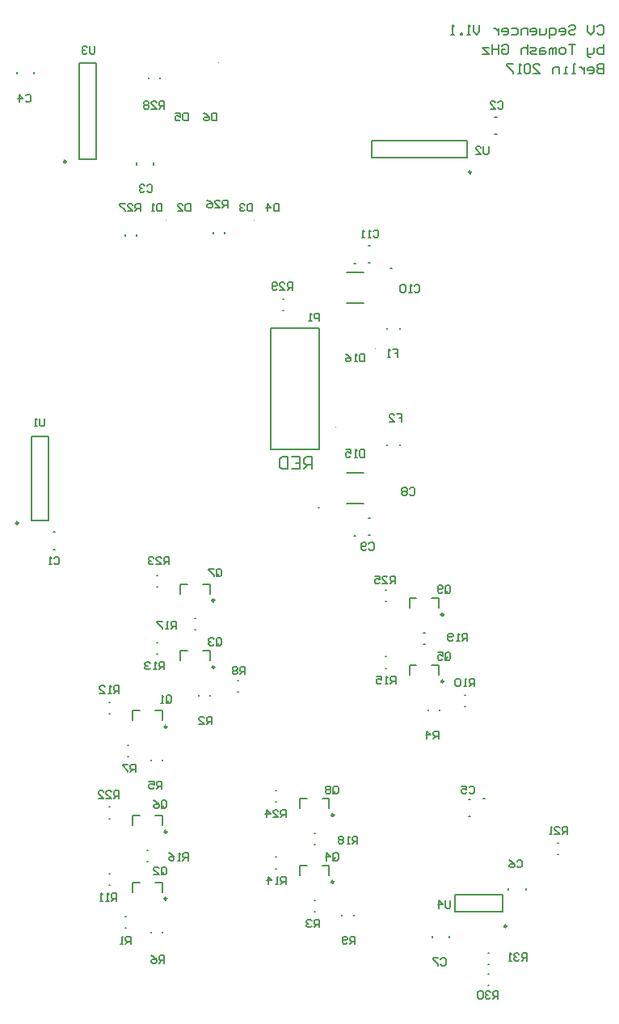
<source format=gbo>
G04 Layer_Color=32896*
%FSAX44Y44*%
%MOMM*%
G71*
G01*
G75*
%ADD12C,0.2000*%
%ADD36C,0.1600*%
%ADD58C,0.2500*%
%ADD59C,0.1000*%
%ADD60C,0.2032*%
D12*
X01147000Y01134000D02*
X01148000D01*
Y01146000D02*
X01147000D01*
X01164500Y01101000D02*
X01165500D01*
Y01089000D02*
X01164500D01*
X01191500Y01085500D02*
Y01084500D01*
X01203500D02*
Y01085500D01*
X01203000Y01127000D02*
Y01137000D01*
X01195500D01*
X01179500D02*
X01172000D01*
Y01127000D01*
X01203000Y01197000D02*
Y01207000D01*
X01195500D01*
X01179500D02*
X01172000D01*
Y01197000D01*
X01187000Y01171000D02*
X01188000D01*
Y01159000D02*
X01187000D01*
X01148000Y01204000D02*
X01147000D01*
Y01216000D02*
X01148000D01*
X01167000Y01269000D02*
X01168000D01*
X01191500Y01265500D02*
Y01264500D01*
X01203500D02*
Y01265500D01*
X01203000Y01307000D02*
Y01317000D01*
X01195500D01*
X01179500D02*
X01172000D01*
Y01307000D01*
X01168000Y01281000D02*
X01167000D01*
X01148000Y01326000D02*
X01147000D01*
Y01314000D02*
X01148000D01*
X01222000Y01369500D02*
Y01379500D01*
X01229500D01*
X01237000Y01401500D02*
X01238000D01*
X01241500Y01333000D02*
Y01332000D01*
X01253500D02*
Y01333000D01*
X01282000Y01336500D02*
X01283000D01*
Y01348500D02*
X01282000D01*
X01253000Y01369500D02*
Y01379500D01*
X01245500D01*
X01253000Y01439500D02*
Y01449500D01*
X01245500D01*
X01229500D02*
X01222000D01*
Y01439500D01*
X01237000Y01413500D02*
X01238000D01*
X01198000Y01446500D02*
X01197000D01*
Y01458500D02*
X01198000D01*
X01198000Y01388500D02*
X01197000D01*
Y01376500D02*
X01198000D01*
X01091000Y01486000D02*
X01089000D01*
Y01504000D02*
X01091000D01*
X01084011Y01516002D02*
Y01604002D01*
X01066011D01*
Y01516002D01*
X01084011D01*
X01316900Y01590700D02*
Y01717700D01*
X01367700D01*
Y01590700D01*
X01316900D01*
X01404250Y01500000D02*
X01405500D01*
X01419000Y01501000D02*
X01421000D01*
Y01519000D02*
X01419000D01*
X01414000Y01534000D02*
X01396000D01*
Y01566000D02*
X01414000D01*
X01451750Y01594500D02*
Y01595500D01*
X01438250D02*
Y01594500D01*
X01367750Y01529750D02*
X01366250D01*
X01437000Y01443500D02*
X01438000D01*
Y01431500D02*
X01437000D01*
Y01373500D02*
X01438000D01*
Y01361500D02*
X01437000D01*
X01481500Y01318000D02*
Y01317000D01*
X01493500D02*
Y01318000D01*
X01519500Y01321500D02*
X01520500D01*
Y01333500D02*
X01519500D01*
X01493000Y01354500D02*
Y01364500D01*
X01485500D01*
X01469500D02*
X01462000D01*
Y01354500D01*
X01477000Y01386500D02*
X01478000D01*
Y01398500D02*
X01477000D01*
X01493000Y01424500D02*
Y01434500D01*
X01485500D01*
X01469500D02*
X01462000D01*
Y01424500D01*
X01322000Y01233500D02*
X01323000D01*
Y01221500D02*
X01322000D01*
Y01163500D02*
X01323000D01*
X01362000Y01176500D02*
X01363000D01*
Y01188500D02*
X01362000D01*
X01354500Y01154500D02*
X01347000D01*
Y01144500D01*
X01323000Y01151500D02*
X01322000D01*
X01362000Y01106500D02*
X01363000D01*
X01391500Y01103000D02*
Y01102000D01*
X01403500D02*
Y01103000D01*
X01378000Y01144500D02*
Y01154500D01*
X01370500D01*
X01363000Y01118500D02*
X01362000D01*
X01378000Y01214500D02*
Y01224500D01*
X01370500D01*
X01354500D02*
X01347000D01*
Y01214500D01*
X01486000Y01081000D02*
Y01079000D01*
X01504000D02*
Y01081000D01*
X01510000Y01106000D02*
Y01124000D01*
X01560000D01*
Y01106000D01*
X01510000D01*
X01544500Y01063500D02*
X01545500D01*
Y01051500D02*
X01544500D01*
Y01041000D02*
X01545500D01*
Y01029000D02*
X01544500D01*
X01584000Y01129000D02*
Y01131000D01*
X01617000Y01166500D02*
X01618000D01*
Y01178500D02*
X01617000D01*
X01540750Y01225000D02*
X01539500D01*
X01526000Y01224000D02*
X01524000D01*
Y01206000D02*
X01526000D01*
X01566000Y01131000D02*
Y01129000D01*
X01451750Y01717000D02*
Y01718000D01*
X01414000Y01744000D02*
X01396000D01*
Y01776000D02*
X01414000D01*
X01438250Y01718000D02*
Y01717000D01*
X01442250Y01780250D02*
X01443750D01*
X01421000Y01786000D02*
X01419000D01*
X01405500Y01785000D02*
X01404250D01*
X01419000Y01804000D02*
X01421000D01*
X01522498Y01895994D02*
Y01913994D01*
X01422498D01*
Y01895994D01*
X01522498D01*
X01551500Y01921000D02*
X01553500D01*
Y01939000D02*
X01551500D01*
X01612184Y01984500D02*
Y01989498D01*
X01613850Y01991165D01*
X01618848D01*
Y01984500D01*
X01623847D02*
X01625513D01*
Y01991165D01*
X01627179D01*
Y01984500D02*
X01623847D01*
X01632177D02*
X01633844D01*
Y01994497D01*
X01635510D01*
X01640508Y01991165D02*
X01642174D01*
X01643840Y01989498D01*
X01645506Y01987832D01*
Y01984500D01*
Y01991165D01*
X01650505D02*
X01648839Y01989498D01*
Y01987832D01*
X01655503D01*
Y01986166D02*
Y01989498D01*
X01653837Y01991165D01*
X01650505D01*
Y01984500D02*
X01653837D01*
X01655503Y01986166D01*
X01658835D02*
Y01987832D01*
X01660502Y01989498D01*
X01665500D01*
X01660502D01*
X01658835Y01991165D01*
Y01992831D01*
X01660502Y01994497D01*
X01665500D01*
Y01984500D01*
X01660502D01*
X01658835Y01986166D01*
X01660502Y02004628D02*
X01658835Y02006295D01*
Y02007961D01*
Y02009627D01*
X01660502Y02011293D01*
X01665500D01*
Y02014625D02*
Y02004628D01*
X01660502D01*
X01655503Y02006295D02*
X01653837Y02004628D01*
X01648839D01*
Y02002962D01*
X01650505Y02001296D01*
X01652171D01*
X01648839Y02004628D02*
Y02011293D01*
X01635510Y02014625D02*
X01628845D01*
X01632177D01*
Y02004628D01*
X01623847D02*
X01620515D01*
X01618848Y02006295D01*
Y02009627D01*
X01620515Y02011293D01*
X01623847D01*
X01625513Y02009627D01*
Y02006295D01*
X01623847Y02004628D01*
X01615516D02*
Y02011293D01*
X01613850D01*
X01612184Y02009627D01*
Y02004628D01*
Y02009627D01*
X01610518Y02011293D01*
X01608852Y02009627D01*
Y02004628D01*
X01603853D02*
X01605519Y02006295D01*
X01603853Y02007961D01*
X01598855D01*
Y02009627D02*
Y02004628D01*
X01603853D01*
Y02011293D02*
X01600521D01*
X01598855Y02009627D01*
X01595522D02*
X01593856Y02011293D01*
X01588858D01*
Y02006295D02*
X01590524Y02007961D01*
X01593856D01*
X01595522Y02009627D01*
Y02004628D02*
X01590524D01*
X01588858Y02006295D01*
X01585526Y02004628D02*
Y02009627D01*
X01583860Y02011293D01*
X01580527D01*
X01578861Y02009627D01*
Y02004628D01*
X01585526D02*
Y02014625D01*
X01583860Y01994497D02*
X01582193Y01992831D01*
Y01986166D01*
X01583860Y01984500D01*
X01587192D01*
X01588858Y01986166D01*
Y01992831D01*
X01587192Y01994497D01*
X01583860D01*
X01577195D02*
X01578861Y01992831D01*
X01577195Y01994497D02*
Y01984500D01*
X01575529D01*
X01578861D01*
X01570531D02*
Y01986166D01*
X01563866Y01992831D01*
Y01994497D01*
X01570531D01*
X01593856D02*
X01597189D01*
X01598855Y01992831D01*
X01592190D02*
X01593856Y01994497D01*
X01592190Y01992831D02*
Y01991165D01*
X01598855Y01984500D01*
X01592190D01*
X01608852Y02021425D02*
Y02031421D01*
X01613850D01*
X01615516Y02029755D01*
Y02026423D01*
X01613850Y02024757D01*
X01608852D01*
X01605519Y02026423D02*
X01603853Y02024757D01*
X01598855D01*
Y02031421D01*
X01595522Y02029755D02*
X01593856Y02031421D01*
X01590524D01*
X01588858Y02029755D01*
Y02028089D01*
X01595522D01*
Y02026423D02*
Y02029755D01*
Y02026423D02*
X01593856Y02024757D01*
X01590524D01*
X01585526D02*
Y02031421D01*
X01580527D01*
X01578861Y02029755D01*
Y02024757D01*
X01575529Y02026423D02*
X01573863Y02024757D01*
X01568864D01*
X01563866D02*
X01565532Y02026423D01*
Y02029755D01*
X01563866Y02031421D01*
X01560534D01*
X01558868Y02029755D01*
Y02028089D01*
X01565532D01*
X01563866Y02024757D02*
X01560534D01*
X01555535D02*
Y02028089D01*
X01553869Y02029755D01*
X01552203Y02031421D01*
X01550537D01*
X01555535D02*
Y02024757D01*
X01568864Y02031421D02*
X01573863D01*
X01575529Y02029755D01*
Y02026423D01*
X01605519D02*
Y02031421D01*
X01632177Y01984500D02*
X01635510D01*
X01655503Y02006295D02*
Y02011293D01*
Y02028089D02*
X01652171Y02024757D01*
X01648839Y02028089D01*
Y02034754D01*
X01633844D02*
X01635510Y02033087D01*
Y02031421D01*
X01633844Y02029755D01*
X01630511D01*
X01628845Y02028089D01*
Y02026423D01*
X01630511Y02024757D01*
X01633844D01*
X01635510Y02026423D01*
X01625513D02*
Y02029755D01*
X01623847Y02031421D01*
X01620515D01*
X01618848Y02029755D01*
Y02028089D01*
X01625513D01*
Y02026423D02*
X01623847Y02024757D01*
X01620515D01*
X01628845Y02033087D02*
X01630511Y02034754D01*
X01633844D01*
X01655503D02*
Y02028089D01*
X01658835Y02026423D02*
X01660502Y02024757D01*
X01663834D01*
X01665500Y02026423D01*
Y02033087D01*
X01663834Y02034754D01*
X01660502D01*
X01658835Y02033087D01*
X01535542Y02034754D02*
Y02028089D01*
X01532210Y02024757D01*
X01528877Y02028089D01*
Y02034754D01*
X01538874Y02011293D02*
X01545539Y02004628D01*
X01538874D01*
Y02011293D02*
X01545539D01*
X01548871Y02009627D02*
Y02014625D01*
Y02004628D01*
Y02009627D02*
X01555535D01*
Y02004628D01*
Y02014625D01*
X01560534D02*
X01563866D01*
X01565532Y02012959D01*
Y02006295D01*
X01563866Y02004628D01*
X01560534D01*
X01558868Y02006295D01*
Y02009627D01*
X01562200D01*
X01558868Y02012959D02*
X01560534Y02014625D01*
X01525545Y02024757D02*
X01522213D01*
X01523879D01*
Y02034754D01*
X01525545Y02033087D01*
X01517214Y02026423D02*
X01515548D01*
Y02024757D01*
X01517214D01*
Y02026423D01*
X01508884Y02024757D02*
X01505551D01*
X01507218D01*
Y02034754D01*
X01508884Y02033087D01*
X01268500Y01818000D02*
Y01817000D01*
X01256500D02*
Y01818000D01*
X01329500Y01748500D02*
X01330500D01*
Y01736500D02*
X01329500D01*
X01194000Y01889000D02*
Y01891000D01*
X01176000D02*
Y01889000D01*
X01133990Y01895002D02*
Y01995002D01*
X01115990D01*
Y01895002D01*
X01133990D01*
X01164000Y01815500D02*
Y01814500D01*
X01176000D02*
Y01815500D01*
X01201000Y01979500D02*
Y01980500D01*
X01189000D02*
Y01979500D01*
X01069000Y01984000D02*
Y01986000D01*
X01051000D02*
Y01984000D01*
D36*
X01137672Y01117500D02*
X01139005D01*
Y01125497D01*
X01140338Y01124165D01*
X01145670Y01125497D02*
X01147003Y01124165D01*
X01149668D02*
Y01121499D01*
X01151001Y01120166D01*
X01155000D01*
Y01117500D02*
Y01125497D01*
X01151001D01*
X01149668Y01124165D01*
X01145670Y01125497D02*
Y01117500D01*
X01144337D01*
X01147003D01*
X01149668D02*
X01152334Y01120166D01*
X01140338Y01117500D02*
X01137672D01*
X01160670Y01080497D02*
X01162003Y01079165D01*
X01164668D02*
Y01076499D01*
X01166001Y01075166D01*
X01170000D01*
X01167334D02*
X01164668Y01072500D01*
X01162003D02*
X01159337D01*
X01160670D01*
Y01080497D01*
X01166001D02*
X01164668Y01079165D01*
X01166001Y01080497D02*
X01170000D01*
Y01072500D01*
X01191671Y01060497D02*
X01194337Y01059165D01*
X01197003Y01056499D01*
Y01053833D01*
X01195670Y01052500D01*
X01193004D01*
X01191671Y01053833D01*
Y01055166D01*
X01193004Y01056499D01*
X01197003D01*
X01199668D02*
X01201001Y01055166D01*
X01205000D01*
Y01052500D02*
Y01060497D01*
X01201001D01*
X01199668Y01059165D01*
Y01056499D01*
X01202334Y01055166D02*
X01199668Y01052500D01*
X01313839Y01135000D02*
Y01142997D01*
X01317838Y01138999D01*
X01312506D01*
X01321837Y01135000D02*
X01323170D01*
Y01142997D01*
X01324503Y01141665D01*
X01327168D02*
Y01138999D01*
X01328501Y01137666D01*
X01332500D01*
Y01135000D02*
Y01142997D01*
X01328501D01*
X01327168Y01141665D01*
X01329834Y01137666D02*
X01327168Y01135000D01*
X01324503D02*
X01321837D01*
X01355504Y01097997D02*
X01354171Y01096665D01*
Y01095332D01*
X01355504Y01093999D01*
X01356837D01*
X01355504D01*
X01354171Y01092666D01*
Y01091333D01*
X01355504Y01090000D01*
X01358170D01*
X01359503Y01091333D01*
X01362168Y01090000D02*
X01364834Y01092666D01*
X01367500D02*
X01363501D01*
X01362168Y01093999D01*
Y01096665D01*
X01363501Y01097997D01*
X01367500D01*
Y01090000D01*
X01391671Y01079165D02*
X01393004Y01080497D01*
X01395670D01*
X01397003Y01079165D01*
Y01077832D01*
X01395670Y01076499D01*
X01391671D01*
Y01079165D02*
Y01073833D01*
X01393004Y01072500D01*
X01395670D01*
X01397003Y01073833D01*
X01399668Y01072500D02*
X01402334Y01075166D01*
X01401001D02*
X01405000D01*
Y01080497D02*
X01401001D01*
X01399668Y01079165D01*
Y01076499D01*
X01401001Y01075166D01*
X01405000Y01072500D02*
Y01080497D01*
X01486671Y01057997D02*
Y01056665D01*
X01492003Y01051333D01*
Y01050000D01*
X01496001D02*
X01494668Y01051333D01*
X01496001Y01050000D02*
X01498667D01*
X01500000Y01051333D01*
Y01056665D01*
X01498667Y01057997D01*
X01496001D01*
X01494668Y01056665D01*
X01492003Y01057997D02*
X01486671D01*
X01493004Y01110000D02*
Y01117997D01*
X01497003Y01113999D01*
X01491671D01*
X01499668Y01111333D02*
Y01117997D01*
X01505000D02*
Y01111333D01*
X01503667Y01110000D01*
X01501001D01*
X01499668Y01111333D01*
X01567672Y01062997D02*
X01569005Y01061665D01*
X01567672Y01062997D02*
Y01055000D01*
X01566339D01*
X01569005D01*
X01555000Y01022997D02*
X01551001D01*
X01549668Y01021665D01*
Y01018999D01*
X01551001Y01017666D01*
X01555000D01*
Y01015000D02*
Y01022997D01*
X01552334Y01017666D02*
X01549668Y01015000D01*
X01545670D02*
X01547003Y01016333D01*
X01545670Y01015000D02*
X01543004D01*
X01541671Y01016333D01*
Y01017666D01*
X01543004Y01018999D01*
X01544337D01*
X01543004D01*
X01541671Y01020332D01*
Y01021665D01*
X01543004Y01022997D01*
X01545670D01*
X01547003Y01021665D01*
X01539005D02*
X01537672Y01022997D01*
X01535006D01*
X01533674Y01021665D01*
Y01016333D01*
X01535006Y01015000D01*
X01537672D01*
X01539005Y01016333D01*
Y01021665D01*
X01573004Y01055000D02*
X01575670D01*
X01577003Y01056333D01*
X01579668Y01055000D02*
X01582334Y01057666D01*
X01581001D02*
X01585000D01*
Y01055000D02*
Y01062997D01*
X01581001D01*
X01579668Y01061665D01*
Y01058999D01*
X01581001Y01057666D01*
X01577003Y01061665D02*
X01575670Y01062997D01*
X01573004D01*
X01571671Y01061665D01*
Y01060332D01*
X01573004Y01058999D01*
X01574337D01*
X01573004D01*
X01571671Y01057666D01*
Y01056333D01*
X01573004Y01055000D01*
X01572003Y01153833D02*
X01570670Y01152500D01*
X01568004D01*
X01566671Y01153833D01*
Y01155166D01*
X01568004Y01156499D01*
X01572003D01*
Y01153833D01*
X01574668D02*
X01576001Y01152500D01*
X01578667D01*
X01580000Y01153833D01*
Y01159165D01*
X01578667Y01160497D01*
X01576001D01*
X01574668Y01159165D01*
X01608839Y01187500D02*
X01610172D01*
Y01195497D01*
X01611505Y01194165D01*
X01614171D02*
X01615504Y01195497D01*
X01618170D01*
X01619503Y01194165D01*
X01622168D02*
Y01191499D01*
X01623501Y01190166D01*
X01627500D01*
Y01187500D02*
Y01195497D01*
X01623501D01*
X01622168Y01194165D01*
X01624834Y01190166D02*
X01622168Y01187500D01*
X01619503D02*
X01614171Y01192832D01*
Y01194165D01*
Y01187500D02*
X01619503D01*
X01611505D02*
X01608839D01*
X01572003Y01156499D02*
X01569337Y01159165D01*
X01566671Y01160497D01*
X01530000Y01231333D02*
X01528667Y01230000D01*
X01526001D01*
X01524668Y01231333D01*
X01522003D02*
X01520670Y01230000D01*
X01518004D01*
X01516671Y01231333D01*
Y01233999D01*
X01518004Y01235332D01*
X01519337D01*
X01522003Y01233999D01*
Y01237997D01*
X01516671D01*
X01524668Y01236665D02*
X01526001Y01237997D01*
X01528667D01*
X01530000Y01236665D01*
Y01231333D01*
X01492502Y01287505D02*
Y01295502D01*
X01488504D01*
X01487171Y01294169D01*
Y01291504D01*
X01488504Y01290171D01*
X01492502D01*
X01489836D02*
X01487171Y01287505D01*
X01480506D02*
Y01295502D01*
X01484505Y01291504D01*
X01479173D01*
X01511339Y01342500D02*
X01514005D01*
X01515338Y01343833D01*
Y01349164D01*
X01514005Y01350497D01*
X01511339D01*
X01510006Y01349164D01*
Y01343833D01*
X01511339Y01342500D01*
X01519337D02*
X01520670D01*
Y01350497D01*
X01522003Y01349164D01*
X01524668D02*
Y01346499D01*
X01526001Y01345166D01*
X01530000D01*
Y01342500D02*
Y01350497D01*
X01526001D01*
X01524668Y01349164D01*
X01527334Y01345166D02*
X01524668Y01342500D01*
X01522003D02*
X01519337D01*
X01505000Y01371333D02*
X01503667Y01370000D01*
X01501001D01*
X01499668Y01371333D01*
Y01376664D01*
X01501001Y01377997D01*
X01503667D01*
X01505000Y01376664D01*
Y01371333D01*
X01502334Y01372666D02*
X01499668Y01370000D01*
X01495670D02*
X01497003Y01371333D01*
Y01373999D02*
X01494337Y01375332D01*
X01493004D01*
X01491671Y01373999D01*
Y01371333D01*
X01493004Y01370000D01*
X01495670D01*
X01497003Y01373999D02*
Y01377997D01*
X01491671D01*
X01503839Y01390000D02*
X01502506Y01391333D01*
Y01396664D01*
X01503839Y01397997D01*
X01506505D01*
X01507838Y01396664D01*
Y01395332D01*
X01506505Y01393999D01*
X01502506D01*
X01503839Y01390000D02*
X01506505D01*
X01507838Y01391333D01*
X01511837Y01390000D02*
X01513170D01*
Y01397997D01*
X01514503Y01396664D01*
X01517168D02*
Y01393999D01*
X01518501Y01392666D01*
X01522500D01*
Y01390000D02*
Y01397997D01*
X01518501D01*
X01517168Y01396664D01*
X01519834Y01392666D02*
X01517168Y01390000D01*
X01514503D02*
X01511837D01*
X01505000Y01441333D02*
X01503667Y01440000D01*
X01501001D01*
X01499668Y01441333D01*
Y01446664D01*
X01501001Y01447997D01*
X01503667D01*
X01505000Y01446664D01*
Y01441333D01*
X01502334Y01442666D02*
X01499668Y01440000D01*
X01497003Y01441333D02*
X01495670Y01440000D01*
X01493004D01*
X01491671Y01441333D01*
Y01446664D01*
X01493004Y01447997D01*
X01495670D01*
X01497003Y01446664D01*
Y01445332D01*
X01495670Y01443999D01*
X01491671D01*
X01447000Y01450000D02*
Y01457997D01*
X01443001D01*
X01441668Y01456664D01*
Y01453999D01*
X01443001Y01452666D01*
X01447000D01*
X01424808Y01491763D02*
Y01486431D01*
X01423475Y01485098D01*
X01420809D01*
X01419476Y01486431D01*
X01416810D02*
X01415477Y01485098D01*
X01412811D01*
X01411478Y01486431D01*
Y01491763D01*
X01412811Y01493095D01*
X01415477D01*
X01416810Y01491763D01*
Y01490430D01*
X01415477Y01489097D01*
X01411478D01*
X01419476Y01491763D02*
X01420809Y01493095D01*
X01423475D01*
X01424808Y01491763D01*
X01425674Y01457997D02*
X01431005D01*
Y01453999D01*
X01428339Y01455332D01*
X01427007D01*
X01425674Y01453999D01*
Y01451333D01*
X01427007Y01450000D01*
X01429672D01*
X01431005Y01451333D01*
X01433671Y01450000D02*
X01439003D01*
X01433671Y01455332D01*
Y01456664D01*
X01435004Y01457997D01*
X01437670D01*
X01439003Y01456664D01*
X01444334Y01452666D02*
X01441668Y01450000D01*
X01455504Y01542500D02*
X01458170D01*
X01459503Y01543833D01*
Y01545166D01*
X01458170Y01546499D01*
X01459503Y01547832D01*
Y01549164D01*
X01458170Y01550497D01*
X01455504D01*
X01454171Y01549164D01*
Y01547832D01*
X01455504Y01546499D01*
X01454171Y01545166D01*
Y01543833D01*
X01455504Y01542500D01*
Y01546499D02*
X01458170D01*
X01462168Y01549164D02*
X01463501Y01550497D01*
X01466167D01*
X01467500Y01549164D01*
Y01543833D01*
X01466167Y01542500D01*
X01463501D01*
X01462168Y01543833D01*
X01415000Y01582500D02*
X01411001D01*
X01409668Y01583833D01*
Y01589164D01*
X01411001Y01590497D01*
X01415000D01*
Y01582500D01*
X01407003D02*
X01404337D01*
X01405670D01*
Y01590497D01*
X01407003Y01589164D01*
X01454164Y01619490D02*
Y01623489D01*
X01451498D01*
X01454164D01*
Y01627487D01*
X01448832D01*
X01450000Y01687500D02*
Y01691499D01*
X01447334D01*
X01450000D01*
Y01695497D01*
X01444668D01*
X01442003Y01694164D02*
X01440670Y01695497D01*
Y01687500D01*
X01439337D01*
X01442003D01*
X01415000Y01690497D02*
Y01682500D01*
X01411001D01*
X01409668Y01683833D01*
Y01689164D01*
X01411001Y01690497D01*
X01415000D01*
X01407003Y01689164D02*
X01405670Y01690497D01*
Y01682500D01*
X01404337D01*
X01407003D01*
X01440835Y01626154D02*
X01442168Y01627487D01*
X01444834D01*
X01446167Y01626154D01*
X01440835D02*
Y01624822D01*
X01446167Y01619490D01*
X01440835D01*
X01400338Y01683833D02*
X01399005Y01682500D01*
X01396339D01*
X01395006Y01683833D01*
Y01685166D01*
X01396339Y01686499D01*
X01400338D01*
Y01683833D01*
Y01686499D02*
X01397672Y01689164D01*
X01395006Y01690497D01*
X01367500Y01725000D02*
Y01732997D01*
X01363501D01*
X01362168Y01731664D01*
Y01728999D01*
X01363501Y01727666D01*
X01367500D01*
X01339500Y01757500D02*
Y01765497D01*
X01335501D01*
X01334168Y01764164D01*
Y01761499D01*
X01335501Y01760166D01*
X01339500D01*
X01336834D02*
X01334168Y01757500D01*
X01331503D02*
X01326171Y01762832D01*
Y01764164D01*
X01327504Y01765497D01*
X01330170D01*
X01331503Y01764164D01*
Y01757500D02*
X01326171D01*
X01323505Y01758833D02*
X01322172Y01757500D01*
X01319506D01*
X01318174Y01758833D01*
Y01764164D01*
X01319506Y01765497D01*
X01322172D01*
X01323505Y01764164D01*
Y01762832D01*
X01322172Y01761499D01*
X01318174D01*
X01358170Y01732997D02*
X01359503Y01731664D01*
X01358170Y01732997D02*
Y01725000D01*
X01356837D01*
X01359503D01*
X01412172Y01812500D02*
X01413505D01*
Y01820497D01*
X01414838Y01819164D01*
X01420170Y01820497D02*
X01421503Y01819164D01*
X01424168D02*
X01425501Y01820497D01*
X01428167D01*
X01429500Y01819164D01*
Y01813833D01*
X01428167Y01812500D01*
X01425501D01*
X01424168Y01813833D01*
X01421503Y01812500D02*
X01418837D01*
X01420170D01*
Y01820497D01*
X01414838Y01812500D02*
X01412172D01*
X01453839Y01762997D02*
X01452506Y01761664D01*
Y01756333D01*
X01453839Y01755000D01*
X01456505D01*
X01457838Y01756333D01*
Y01761664D01*
X01456505Y01762997D01*
X01453839D01*
X01463170D02*
X01464503Y01761664D01*
X01467168D02*
X01468501Y01762997D01*
X01471167D01*
X01472500Y01761664D01*
Y01756333D01*
X01471167Y01755000D01*
X01468501D01*
X01467168Y01756333D01*
X01464503Y01755000D02*
X01461837D01*
X01463170D01*
Y01762997D01*
X01531671Y01900000D02*
X01537003D01*
X01531671Y01905332D01*
Y01906664D01*
X01533004Y01907997D01*
X01535670D01*
X01537003Y01906664D01*
X01539668Y01907997D02*
Y01901333D01*
X01541001Y01900000D01*
X01543667D01*
X01545000Y01901333D01*
Y01907997D01*
X01546671Y01947500D02*
X01552003D01*
X01546671Y01952832D01*
Y01954164D01*
X01548004Y01955497D01*
X01550670D01*
X01552003Y01954164D01*
X01554668D02*
X01556001Y01955497D01*
X01558667D01*
X01560000Y01954164D01*
Y01948833D01*
X01558667Y01947500D01*
X01556001D01*
X01554668Y01948833D01*
X01325000Y01847997D02*
Y01840000D01*
X01321001D01*
X01319668Y01841333D01*
Y01846664D01*
X01321001Y01847997D01*
X01325000D01*
X01317003Y01843999D02*
X01311671D01*
X01313004Y01847997D02*
X01317003Y01843999D01*
X01313004Y01847997D02*
Y01840000D01*
X01297500D02*
X01293501D01*
X01292168Y01841333D01*
Y01846664D01*
X01293501Y01847997D01*
X01297500D01*
Y01840000D01*
X01288170D02*
X01289503Y01841333D01*
X01288170Y01840000D02*
X01285504D01*
X01284171Y01841333D01*
Y01842666D01*
X01285504Y01843999D01*
X01286837D01*
X01285504D01*
X01284171Y01845332D01*
Y01846664D01*
X01285504Y01847997D01*
X01288170D01*
X01289503Y01846664D01*
X01271431Y01846295D02*
X01267433D01*
X01266100Y01847628D01*
Y01850293D01*
X01267433Y01851626D01*
X01271431D01*
Y01843629D01*
X01268766Y01846295D02*
X01266100Y01843629D01*
X01263434D02*
X01258102Y01848961D01*
Y01850293D01*
X01259435Y01851626D01*
X01262101D01*
X01263434Y01850293D01*
Y01843629D02*
X01258102D01*
X01255437Y01844962D02*
X01254104Y01843629D01*
X01251438D01*
X01250105Y01844962D01*
Y01846295D01*
X01251438Y01847628D01*
X01255437D01*
Y01844962D01*
Y01847628D02*
X01252771Y01850293D01*
X01250105Y01851626D01*
X01232500Y01847997D02*
Y01840000D01*
X01228501D01*
X01227168Y01841333D01*
Y01846664D01*
X01228501Y01847997D01*
X01232500D01*
X01224503Y01846664D02*
X01223170Y01847997D01*
X01220504D01*
X01219171Y01846664D01*
Y01845332D01*
X01224503Y01840000D01*
X01219171D01*
X01202500D02*
X01198501D01*
X01197168Y01841333D01*
Y01846664D01*
X01198501Y01847997D01*
X01202500D01*
Y01840000D01*
X01192500Y01861333D02*
X01191167Y01860000D01*
X01188501D01*
X01187168Y01861333D01*
X01184503D02*
X01183170Y01860000D01*
X01180504D01*
X01179171Y01861333D01*
Y01862666D01*
X01180504Y01863999D01*
X01181837D01*
X01180504D01*
X01179171Y01865332D01*
Y01866664D01*
X01180504Y01867997D01*
X01183170D01*
X01184503Y01866664D01*
X01187168D02*
X01188501Y01867997D01*
X01191167D01*
X01192500Y01866664D01*
Y01861333D01*
X01193170Y01847997D02*
X01194503Y01846664D01*
X01193170Y01847997D02*
Y01840000D01*
X01191837D01*
X01194503D01*
X01180000D02*
Y01847997D01*
X01176001D01*
X01174668Y01846664D01*
Y01843999D01*
X01176001Y01842666D01*
X01180000D01*
X01177334D02*
X01174668Y01840000D01*
X01172003D02*
X01166671Y01845332D01*
Y01846664D01*
X01168004Y01847997D01*
X01170670D01*
X01172003Y01846664D01*
Y01840000D02*
X01166671D01*
X01164005D02*
Y01841333D01*
X01158674Y01846664D01*
Y01847997D01*
X01164005D01*
X01248004Y01935000D02*
X01246671Y01936333D01*
Y01937666D01*
X01248004Y01938999D01*
X01252003D01*
Y01936333D01*
X01250670Y01935000D01*
X01248004D01*
X01256001D02*
X01254668Y01936333D01*
Y01941664D01*
X01256001Y01942997D01*
X01260000D01*
Y01935000D01*
X01256001D01*
X01252003Y01938999D02*
X01249337Y01941664D01*
X01246671Y01942997D01*
X01230000D02*
Y01935000D01*
X01226001D01*
X01224668Y01936333D01*
Y01941664D01*
X01226001Y01942997D01*
X01230000D01*
X01222003D02*
Y01938999D01*
X01219337Y01940332D01*
X01218004D01*
X01216671Y01938999D01*
Y01936333D01*
X01218004Y01935000D01*
X01220670D01*
X01222003Y01936333D01*
Y01942997D02*
X01216671D01*
X01205000Y01947500D02*
Y01955497D01*
X01201001D01*
X01199668Y01954164D01*
Y01951499D01*
X01201001Y01950166D01*
X01205000D01*
X01202334D02*
X01199668Y01947500D01*
X01197003D02*
X01191671Y01952832D01*
Y01954164D01*
X01193004Y01955497D01*
X01195670D01*
X01197003Y01954164D01*
Y01947500D02*
X01191671D01*
X01187672D02*
X01189005Y01948833D01*
Y01950166D01*
X01187672Y01951499D01*
X01189005Y01952832D01*
Y01954164D01*
X01187672Y01955497D01*
X01185006D01*
X01183674Y01954164D01*
Y01952832D01*
X01185006Y01951499D01*
X01183674Y01950166D01*
Y01948833D01*
X01185006Y01947500D01*
X01187672D01*
Y01951499D02*
X01185006D01*
X01132500Y02006333D02*
X01131167Y02005000D01*
X01128501D01*
X01127168Y02006333D01*
Y02012997D01*
X01124503Y02011664D02*
X01123170Y02012997D01*
X01120504D01*
X01119171Y02011664D01*
Y02010332D01*
X01120504Y02008999D01*
X01121837D01*
X01120504D01*
X01119171Y02007666D01*
Y02006333D01*
X01120504Y02005000D01*
X01123170D01*
X01124503Y02006333D01*
X01132500D02*
Y02012997D01*
X01065098Y01961115D02*
Y01955784D01*
X01063765Y01954451D01*
X01061099D01*
X01059766Y01955784D01*
Y01961115D02*
X01061099Y01962448D01*
X01063765D01*
X01065098Y01961115D01*
X01057101Y01958450D02*
X01051769D01*
X01053102Y01962448D02*
X01057101Y01958450D01*
X01053102Y01962448D02*
Y01954451D01*
X01070670Y01622997D02*
X01072003Y01621664D01*
X01070670Y01622997D02*
Y01615000D01*
X01069337D01*
X01072003D01*
X01076001D02*
X01074668Y01616333D01*
Y01622997D01*
X01080000D02*
Y01616333D01*
X01078667Y01615000D01*
X01076001D01*
X01085670Y01477997D02*
X01087003Y01476664D01*
X01089668D02*
X01091001Y01477997D01*
X01093667D01*
X01095000Y01476664D01*
Y01471333D01*
X01093667Y01470000D01*
X01091001D01*
X01089668Y01471333D01*
X01087003Y01470000D02*
X01084337D01*
X01085670D01*
Y01477997D01*
X01186339Y01367997D02*
X01185006Y01366664D01*
Y01365332D01*
X01186339Y01363999D01*
X01187672D01*
X01186339D01*
X01185006Y01362666D01*
Y01361333D01*
X01186339Y01360000D01*
X01189005D01*
X01190338Y01361333D01*
X01194337Y01360000D02*
X01195670D01*
Y01367997D01*
X01197003Y01366664D01*
X01190338D02*
X01189005Y01367997D01*
X01186339D01*
X01194337Y01360000D02*
X01197003D01*
X01157500Y01342997D02*
X01153501D01*
X01152168Y01341664D01*
Y01338999D01*
X01153501Y01337666D01*
X01157500D01*
Y01335000D02*
Y01342997D01*
X01203170Y01332997D02*
X01204503Y01331664D01*
X01207168D02*
X01208501Y01332997D01*
X01211167D01*
X01212500Y01331664D01*
Y01326333D01*
X01211167Y01325000D01*
X01208501D01*
X01207168Y01326333D01*
Y01331664D01*
X01203170Y01332997D02*
Y01325000D01*
X01201837D01*
X01204503D01*
X01207168D02*
X01209834Y01327666D01*
X01205000Y01360000D02*
Y01367997D01*
X01201001D01*
X01199668Y01366664D01*
Y01363999D01*
X01201001Y01362666D01*
X01205000D01*
X01202334D02*
X01199668Y01360000D01*
X01241671Y01309164D02*
X01243004Y01310497D01*
X01245670D01*
X01247003Y01309164D01*
X01249668D02*
Y01306499D01*
X01251001Y01305166D01*
X01255000D01*
Y01302500D02*
Y01310497D01*
X01251001D01*
X01249668Y01309164D01*
X01252334Y01305166D02*
X01249668Y01302500D01*
X01247003D02*
X01241671Y01307832D01*
Y01309164D01*
Y01302500D02*
X01247003D01*
X01282003Y01356333D02*
Y01357666D01*
X01280670Y01358999D01*
X01282003Y01360332D01*
Y01361664D01*
X01280670Y01362997D01*
X01278004D01*
X01276671Y01361664D01*
Y01360332D01*
X01278004Y01358999D01*
X01276671Y01357666D01*
Y01356333D01*
X01278004Y01355000D01*
X01280670D01*
X01282003Y01356333D01*
X01284668Y01355000D02*
X01287334Y01357666D01*
X01286001D02*
X01290000D01*
Y01355000D02*
Y01362997D01*
X01286001D01*
X01284668Y01361664D01*
Y01358999D01*
X01286001Y01357666D01*
X01265000Y01386333D02*
X01263667Y01385000D01*
X01261001D01*
X01259668Y01386333D01*
Y01391664D01*
X01261001Y01392997D01*
X01263667D01*
X01265000Y01391664D01*
Y01386333D01*
X01262334Y01387666D02*
X01259668Y01385000D01*
X01255670D02*
X01257003Y01386333D01*
X01255670Y01385000D02*
X01253004D01*
X01251671Y01386333D01*
Y01387666D01*
X01253004Y01388999D01*
X01254337D01*
X01253004D01*
X01251671Y01390332D01*
Y01391664D01*
X01253004Y01392997D01*
X01255670D01*
X01257003Y01391664D01*
X01278004Y01358999D02*
X01280670D01*
X01217500Y01402500D02*
Y01410497D01*
X01213501D01*
X01212168Y01409165D01*
Y01406499D01*
X01213501Y01405166D01*
X01217500D01*
X01214834D02*
X01212168Y01402500D01*
X01209503D02*
X01206837D01*
X01208170D01*
Y01410497D01*
X01209503Y01409165D01*
X01202838Y01410497D02*
X01197506D01*
Y01409165D01*
X01202838Y01403833D01*
Y01402500D01*
X01257003Y01457500D02*
Y01458833D01*
X01251671Y01464164D01*
Y01465497D01*
X01257003D01*
X01259668Y01464164D02*
X01261001Y01465497D01*
X01263667D01*
X01265000Y01464164D01*
Y01458833D01*
X01263667Y01457500D01*
X01261001D01*
X01259668Y01458833D01*
Y01464164D01*
X01262334Y01460166D02*
X01259668Y01457500D01*
X01210000Y01470000D02*
Y01477997D01*
X01206001D01*
X01204668Y01476664D01*
Y01473999D01*
X01206001Y01472666D01*
X01210000D01*
X01207334D02*
X01204668Y01470000D01*
X01202003D02*
X01196671Y01475332D01*
Y01476664D01*
X01198004Y01477997D01*
X01200670D01*
X01202003Y01476664D01*
Y01470000D02*
X01196671D01*
X01192672D02*
X01194005Y01471333D01*
X01192672Y01470000D02*
X01190006D01*
X01188673Y01471333D01*
Y01472666D01*
X01190006Y01473999D01*
X01191339D01*
X01190006D01*
X01188673Y01475332D01*
Y01476664D01*
X01190006Y01477997D01*
X01192672D01*
X01194005Y01476664D01*
X01154834Y01337666D02*
X01152168Y01335000D01*
X01149503D02*
X01146837D01*
X01148170D01*
Y01342997D01*
X01149503Y01341664D01*
X01142838D02*
X01141505Y01342997D01*
X01138839D01*
X01137506Y01341664D01*
Y01340332D01*
X01142838Y01335000D01*
X01137506D01*
X01161671Y01260497D02*
Y01259165D01*
X01167003Y01253833D01*
Y01252500D01*
X01169668D02*
X01172334Y01255166D01*
X01171001D02*
X01175000D01*
Y01252500D02*
Y01260497D01*
X01171001D01*
X01169668Y01259165D01*
Y01256499D01*
X01171001Y01255166D01*
X01167003Y01260497D02*
X01161671D01*
X01189171Y01242997D02*
X01194503D01*
Y01238999D01*
X01191837Y01240332D01*
X01190504D01*
X01189171Y01238999D01*
Y01236333D01*
X01190504Y01235000D01*
X01193170D01*
X01194503Y01236333D01*
X01197168Y01235000D02*
X01199834Y01237666D01*
X01198501D02*
X01202500D01*
Y01235000D02*
Y01242997D01*
X01198501D01*
X01197168Y01241665D01*
Y01238999D01*
X01198501Y01237666D01*
X01202168Y01221665D02*
X01203501Y01222998D01*
X01206167D01*
X01207500Y01221665D01*
Y01216333D01*
X01206167Y01215000D01*
X01203501D01*
X01202168Y01216333D01*
Y01221665D01*
X01199503Y01218999D02*
Y01216333D01*
X01198170Y01215000D01*
X01195504D01*
X01194171Y01216333D01*
Y01217666D01*
X01195504Y01218999D01*
X01199503D01*
X01196837Y01221665D01*
X01194171Y01222998D01*
X01157500Y01225000D02*
Y01232997D01*
X01153501D01*
X01152168Y01231665D01*
Y01228999D01*
X01153501Y01227666D01*
X01157500D01*
X01210006Y01167997D02*
X01212672Y01166665D01*
X01215338Y01163999D01*
Y01161333D01*
X01214005Y01160000D01*
X01211339D01*
X01210006Y01161333D01*
Y01162666D01*
X01211339Y01163999D01*
X01215338D01*
X01219337Y01160000D02*
X01220670D01*
Y01167997D01*
X01222003Y01166665D01*
X01224668D02*
Y01163999D01*
X01226001Y01162666D01*
X01230000D01*
Y01160000D02*
Y01167997D01*
X01226001D01*
X01224668Y01166665D01*
X01227334Y01162666D02*
X01224668Y01160000D01*
X01222003D02*
X01219337D01*
X01207500Y01151665D02*
Y01146333D01*
X01206167Y01145000D01*
X01203501D01*
X01202168Y01146333D01*
Y01151665D01*
X01203501Y01152998D01*
X01206167D01*
X01207500Y01151665D01*
X01204834Y01147666D02*
X01202168Y01145000D01*
X01199503D02*
X01194171Y01150332D01*
Y01151665D01*
X01195504Y01152998D01*
X01198170D01*
X01199503Y01151665D01*
Y01145000D02*
X01194171D01*
X01202168Y01215000D02*
X01204834Y01217666D01*
X01312506Y01212997D02*
X01316505Y01208999D01*
X01311174D01*
X01312506Y01212997D02*
Y01205000D01*
X01319171D02*
X01324503D01*
X01319171Y01210332D01*
Y01211665D01*
X01320504Y01212997D01*
X01323170D01*
X01324503Y01211665D01*
X01327168D02*
Y01208999D01*
X01328501Y01207666D01*
X01332500D01*
Y01205000D02*
Y01212997D01*
X01328501D01*
X01327168Y01211665D01*
X01329834Y01207666D02*
X01327168Y01205000D01*
X01388839Y01185497D02*
X01387506Y01184165D01*
Y01182832D01*
X01388839Y01181499D01*
X01387506Y01180166D01*
Y01178833D01*
X01388839Y01177500D01*
X01391505D01*
X01392838Y01178833D01*
Y01180166D01*
X01391505Y01181499D01*
X01392838Y01182832D01*
Y01184165D01*
X01391505Y01185497D01*
X01388839D01*
Y01181499D02*
X01391505D01*
X01396837Y01177500D02*
X01398170D01*
Y01185497D01*
X01399503Y01184165D01*
X01402168D02*
Y01181499D01*
X01403501Y01180166D01*
X01407500D01*
Y01177500D02*
Y01185497D01*
X01403501D01*
X01402168Y01184165D01*
X01404834Y01180166D02*
X01402168Y01177500D01*
X01399503D02*
X01396837D01*
X01387500Y01166665D02*
Y01161333D01*
X01386167Y01160000D01*
X01383501D01*
X01382168Y01161333D01*
Y01166665D01*
X01383501Y01167997D01*
X01386167D01*
X01387500Y01166665D01*
X01384834Y01162666D02*
X01382168Y01160000D01*
X01375504D02*
Y01167997D01*
X01379503Y01163999D01*
X01374171D01*
X01375504Y01230000D02*
X01378170D01*
X01379503Y01231333D01*
Y01232666D01*
X01378170Y01233999D01*
X01379503Y01235332D01*
Y01236665D01*
X01378170Y01237997D01*
X01375504D01*
X01374171Y01236665D01*
Y01235332D01*
X01375504Y01233999D01*
X01374171Y01232666D01*
Y01231333D01*
X01375504Y01230000D01*
Y01233999D02*
X01378170D01*
X01382168Y01231333D02*
Y01236665D01*
X01383501Y01237997D01*
X01386167D01*
X01387500Y01236665D01*
Y01231333D01*
X01386167Y01230000D01*
X01383501D01*
X01382168Y01231333D01*
Y01230000D02*
X01384834Y01232666D01*
X01359503Y01096665D02*
X01358170Y01097997D01*
X01355504D01*
X01154834Y01227666D02*
X01152168Y01225000D01*
X01149503D02*
X01144171Y01230332D01*
Y01231665D01*
X01145504Y01232997D01*
X01148170D01*
X01149503Y01231665D01*
Y01225000D02*
X01144171D01*
X01141505D02*
X01136173Y01230332D01*
Y01231665D01*
X01137506Y01232997D01*
X01140172D01*
X01141505Y01231665D01*
Y01225000D02*
X01136173D01*
X01428839Y01345000D02*
X01431505D01*
X01432838Y01346333D01*
Y01348999D02*
X01430172Y01350332D01*
X01428839D01*
X01427506Y01348999D01*
Y01346333D01*
X01428839Y01345000D01*
X01436837D02*
X01438170D01*
Y01352997D01*
X01439503Y01351664D01*
X01442168D02*
Y01348999D01*
X01443501Y01347666D01*
X01447500D01*
Y01345000D02*
Y01352997D01*
X01443501D01*
X01442168Y01351664D01*
X01444834Y01347666D02*
X01442168Y01345000D01*
X01439503D02*
X01436837D01*
X01432838Y01348999D02*
Y01352997D01*
X01427506D01*
X01399005Y01582500D02*
X01400338Y01583833D01*
Y01586499D02*
X01397672Y01587832D01*
X01396339D01*
X01395006Y01586499D01*
Y01583833D01*
X01396339Y01582500D01*
X01399005D01*
X01400338Y01586499D02*
Y01590497D01*
X01395006D01*
D58*
X01207750Y01120000D02*
G03*
X01207750Y01120000I-00001250J00000000D01*
G01*
Y01190000D02*
G03*
X01207750Y01190000I-00001250J00000000D01*
G01*
X01207750Y01300000D02*
G03*
X01207750Y01300000I-00001250J00000000D01*
G01*
X01257750Y01362500D02*
G03*
X01257750Y01362500I-00001250J00000000D01*
G01*
Y01432500D02*
G03*
X01257750Y01432500I-00001250J00000000D01*
G01*
X01382750Y01207500D02*
G03*
X01382750Y01207500I-00001250J00000000D01*
G01*
Y01137500D02*
G03*
X01382750Y01137500I-00001250J00000000D01*
G01*
X01563800Y01091000D02*
G03*
X01563800Y01091000I-00001250J00000000D01*
G01*
X01497750Y01347500D02*
G03*
X01497750Y01347500I-00001250J00000000D01*
G01*
Y01417500D02*
G03*
X01497750Y01417500I-00001250J00000000D01*
G01*
X01526698Y01880994D02*
G03*
X01526698Y01880994I-00001250J00000000D01*
G01*
X01102240Y01892052D02*
G03*
X01102240Y01892052I-00001250J00000000D01*
G01*
X01052261Y01513402D02*
G03*
X01052261Y01513402I-00001250J00000000D01*
G01*
D59*
X01385000Y01614000D02*
G03*
X01385000Y01614000I-00000500J00000000D01*
G01*
X01426000Y01696000D02*
G03*
X01426000Y01696000I-00000500J00000000D01*
G01*
X01327000Y01830500D02*
G03*
X01327000Y01830500I-00000500J00000000D01*
G01*
X01299500D02*
G03*
X01299500Y01830500I-00000500J00000000D01*
G01*
X01234500D02*
G03*
X01234500Y01830500I-00000500J00000000D01*
G01*
X01207000D02*
G03*
X01207000Y01830500I-00000500J00000000D01*
G01*
X01262000Y01995500D02*
G03*
X01262000Y01995500I-00000500J00000000D01*
G01*
X01232000D02*
G03*
X01232000Y01995500I-00000500J00000000D01*
G01*
D60*
X01328260Y01570000D02*
X01326144Y01572116D01*
Y01580580D01*
X01328260Y01582696D01*
X01334608D01*
Y01570000D01*
X01328260D01*
X01338840D02*
X01347304D01*
Y01582696D01*
X01338840D01*
X01343072Y01576348D02*
X01347304D01*
X01351536D02*
X01353652Y01574232D01*
X01360000D01*
X01355768D02*
X01351536Y01570000D01*
X01360000D02*
Y01582696D01*
X01353652D01*
X01351536Y01580580D01*
Y01576348D01*
M02*

</source>
